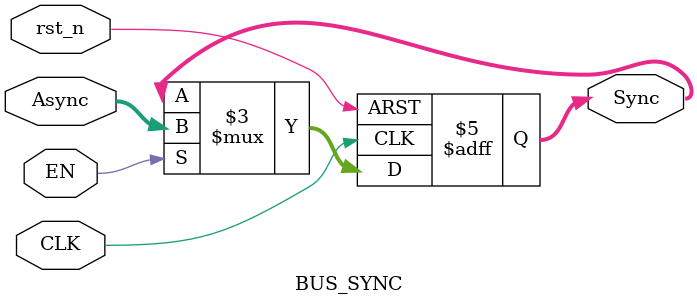
<source format=v>
module BUS_SYNC (
	input  wire 	   CLK,
	input  wire 	   rst_n,
	input  wire        EN,
	input  wire [23:0] Async,
	output reg  [23:0] Sync
);

always @(posedge CLK , negedge rst_n) begin
	if(!rst_n) begin
		Sync <= 24'b0;
	end
	else if (EN) begin
		Sync <= Async;
	end
end

endmodule
</source>
